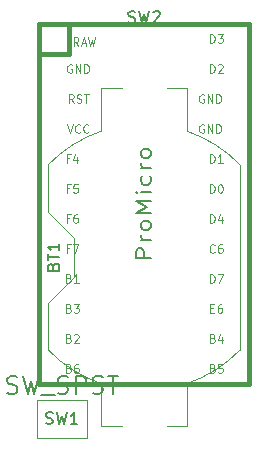
<source format=gbr>
G04 #@! TF.GenerationSoftware,KiCad,Pcbnew,(5.0.0)*
G04 #@! TF.CreationDate,2020-03-09T09:29:50-06:00*
G04 #@! TF.ProjectId,BatteryPack,426174746572795061636B2E6B696361,rev?*
G04 #@! TF.SameCoordinates,Original*
G04 #@! TF.FileFunction,Legend,Top*
G04 #@! TF.FilePolarity,Positive*
%FSLAX46Y46*%
G04 Gerber Fmt 4.6, Leading zero omitted, Abs format (unit mm)*
G04 Created by KiCad (PCBNEW (5.0.0)) date 03/09/20 09:29:50*
%MOMM*%
%LPD*%
G01*
G04 APERTURE LIST*
%ADD10C,0.120000*%
%ADD11C,0.381000*%
%ADD12C,0.150000*%
%ADD13C,0.200000*%
%ADD14C,0.203200*%
%ADD15C,0.100000*%
G04 APERTURE END LIST*
D10*
G04 #@! TO.C,SW1*
X123394000Y-94607000D02*
X123394000Y-97807000D01*
X119194000Y-97807000D02*
X123394000Y-97807000D01*
X119194000Y-94607000D02*
X119194000Y-97807000D01*
X119194000Y-94607000D02*
X123394000Y-94607000D01*
D11*
G04 #@! TO.C,U1*
X137160000Y-62790000D02*
X119380000Y-62790000D01*
X119380000Y-62790000D02*
X119380000Y-93270000D01*
X119380000Y-93270000D02*
X137160000Y-93270000D01*
X137160000Y-93270000D02*
X137160000Y-62790000D01*
X121920000Y-62790000D02*
X121920000Y-65330000D01*
X121920000Y-65330000D02*
X119380000Y-65330000D01*
D10*
G04 #@! TO.C,BT1*
X120158211Y-74704630D02*
G75*
G02X124660000Y-71858000I8111789J-7845370D01*
G01*
X136381789Y-90395370D02*
G75*
G02X131880000Y-93242000I-8111789J7845370D01*
G01*
X120158211Y-90395370D02*
G75*
G03X124660000Y-93242000I8111789J7845370D01*
G01*
X136381789Y-74704630D02*
G75*
G03X131880000Y-71858000I-8111789J-7845370D01*
G01*
X126370000Y-68240000D02*
X124660000Y-68240000D01*
X124660000Y-71858000D02*
X124660000Y-68240000D01*
X120160000Y-78690000D02*
X120160000Y-74702700D01*
X122360000Y-80890000D02*
X120160000Y-78690000D01*
X122360000Y-84210000D02*
X122360000Y-80890000D01*
X122360000Y-84210000D02*
X120160000Y-86410000D01*
X120160000Y-90397300D02*
X120160000Y-86410000D01*
X126370000Y-96860000D02*
X124660000Y-96860000D01*
X124660000Y-96860000D02*
X124660000Y-93242000D01*
X131880000Y-93242000D02*
X131880000Y-96860000D01*
X130170000Y-96860000D02*
X131880000Y-96860000D01*
X136380000Y-74702700D02*
X136380000Y-90397300D01*
X130170000Y-68240000D02*
X131880000Y-68240000D01*
X131880000Y-68240000D02*
X131880000Y-71858000D01*
G04 #@! TO.C,SW1*
D12*
X119960666Y-96611761D02*
X120103523Y-96659380D01*
X120341619Y-96659380D01*
X120436857Y-96611761D01*
X120484476Y-96564142D01*
X120532095Y-96468904D01*
X120532095Y-96373666D01*
X120484476Y-96278428D01*
X120436857Y-96230809D01*
X120341619Y-96183190D01*
X120151142Y-96135571D01*
X120055904Y-96087952D01*
X120008285Y-96040333D01*
X119960666Y-95945095D01*
X119960666Y-95849857D01*
X120008285Y-95754619D01*
X120055904Y-95707000D01*
X120151142Y-95659380D01*
X120389238Y-95659380D01*
X120532095Y-95707000D01*
X120865428Y-95659380D02*
X121103523Y-96659380D01*
X121294000Y-95945095D01*
X121484476Y-96659380D01*
X121722571Y-95659380D01*
X122627333Y-96659380D02*
X122055904Y-96659380D01*
X122341619Y-96659380D02*
X122341619Y-95659380D01*
X122246380Y-95802238D01*
X122151142Y-95897476D01*
X122055904Y-95945095D01*
D13*
X116686857Y-94014142D02*
X116901142Y-94085571D01*
X117258285Y-94085571D01*
X117401142Y-94014142D01*
X117472571Y-93942714D01*
X117544000Y-93799857D01*
X117544000Y-93657000D01*
X117472571Y-93514142D01*
X117401142Y-93442714D01*
X117258285Y-93371285D01*
X116972571Y-93299857D01*
X116829714Y-93228428D01*
X116758285Y-93157000D01*
X116686857Y-93014142D01*
X116686857Y-92871285D01*
X116758285Y-92728428D01*
X116829714Y-92657000D01*
X116972571Y-92585571D01*
X117329714Y-92585571D01*
X117544000Y-92657000D01*
X118044000Y-92585571D02*
X118401142Y-94085571D01*
X118686857Y-93014142D01*
X118972571Y-94085571D01*
X119329714Y-92585571D01*
X119544000Y-94228428D02*
X120686857Y-94228428D01*
X120972571Y-94014142D02*
X121186857Y-94085571D01*
X121544000Y-94085571D01*
X121686857Y-94014142D01*
X121758285Y-93942714D01*
X121829714Y-93799857D01*
X121829714Y-93657000D01*
X121758285Y-93514142D01*
X121686857Y-93442714D01*
X121544000Y-93371285D01*
X121258285Y-93299857D01*
X121115428Y-93228428D01*
X121044000Y-93157000D01*
X120972571Y-93014142D01*
X120972571Y-92871285D01*
X121044000Y-92728428D01*
X121115428Y-92657000D01*
X121258285Y-92585571D01*
X121615428Y-92585571D01*
X121829714Y-92657000D01*
X122472571Y-94085571D02*
X122472571Y-92585571D01*
X123044000Y-92585571D01*
X123186857Y-92657000D01*
X123258285Y-92728428D01*
X123329714Y-92871285D01*
X123329714Y-93085571D01*
X123258285Y-93228428D01*
X123186857Y-93299857D01*
X123044000Y-93371285D01*
X122472571Y-93371285D01*
X123901142Y-94014142D02*
X124115428Y-94085571D01*
X124472571Y-94085571D01*
X124615428Y-94014142D01*
X124686857Y-93942714D01*
X124758285Y-93799857D01*
X124758285Y-93657000D01*
X124686857Y-93514142D01*
X124615428Y-93442714D01*
X124472571Y-93371285D01*
X124186857Y-93299857D01*
X124044000Y-93228428D01*
X123972571Y-93157000D01*
X123901142Y-93014142D01*
X123901142Y-92871285D01*
X123972571Y-92728428D01*
X124044000Y-92657000D01*
X124186857Y-92585571D01*
X124544000Y-92585571D01*
X124758285Y-92657000D01*
X125186857Y-92585571D02*
X126044000Y-92585571D01*
X125615428Y-94085571D02*
X125615428Y-92585571D01*
G04 #@! TO.C,U1*
D14*
X128844523Y-82638285D02*
X127574523Y-82638285D01*
X127574523Y-82057714D01*
X127635000Y-81912571D01*
X127695476Y-81840000D01*
X127816428Y-81767428D01*
X127997857Y-81767428D01*
X128118809Y-81840000D01*
X128179285Y-81912571D01*
X128239761Y-82057714D01*
X128239761Y-82638285D01*
X128844523Y-81114285D02*
X127997857Y-81114285D01*
X128239761Y-81114285D02*
X128118809Y-81041714D01*
X128058333Y-80969142D01*
X127997857Y-80824000D01*
X127997857Y-80678857D01*
X128844523Y-79953142D02*
X128784047Y-80098285D01*
X128723571Y-80170857D01*
X128602619Y-80243428D01*
X128239761Y-80243428D01*
X128118809Y-80170857D01*
X128058333Y-80098285D01*
X127997857Y-79953142D01*
X127997857Y-79735428D01*
X128058333Y-79590285D01*
X128118809Y-79517714D01*
X128239761Y-79445142D01*
X128602619Y-79445142D01*
X128723571Y-79517714D01*
X128784047Y-79590285D01*
X128844523Y-79735428D01*
X128844523Y-79953142D01*
X128844523Y-78792000D02*
X127574523Y-78792000D01*
X128481666Y-78284000D01*
X127574523Y-77776000D01*
X128844523Y-77776000D01*
X128844523Y-77050285D02*
X127997857Y-77050285D01*
X127574523Y-77050285D02*
X127635000Y-77122857D01*
X127695476Y-77050285D01*
X127635000Y-76977714D01*
X127574523Y-77050285D01*
X127695476Y-77050285D01*
X128784047Y-75671428D02*
X128844523Y-75816571D01*
X128844523Y-76106857D01*
X128784047Y-76252000D01*
X128723571Y-76324571D01*
X128602619Y-76397142D01*
X128239761Y-76397142D01*
X128118809Y-76324571D01*
X128058333Y-76252000D01*
X127997857Y-76106857D01*
X127997857Y-75816571D01*
X128058333Y-75671428D01*
X128844523Y-75018285D02*
X127997857Y-75018285D01*
X128239761Y-75018285D02*
X128118809Y-74945714D01*
X128058333Y-74873142D01*
X127997857Y-74728000D01*
X127997857Y-74582857D01*
X128844523Y-73857142D02*
X128784047Y-74002285D01*
X128723571Y-74074857D01*
X128602619Y-74147428D01*
X128239761Y-74147428D01*
X128118809Y-74074857D01*
X128058333Y-74002285D01*
X127997857Y-73857142D01*
X127997857Y-73639428D01*
X128058333Y-73494285D01*
X128118809Y-73421714D01*
X128239761Y-73349142D01*
X128602619Y-73349142D01*
X128723571Y-73421714D01*
X128784047Y-73494285D01*
X128844523Y-73639428D01*
X128844523Y-73857142D01*
D15*
X134082666Y-91950000D02*
X134182666Y-91983333D01*
X134216000Y-92016666D01*
X134249333Y-92083333D01*
X134249333Y-92183333D01*
X134216000Y-92250000D01*
X134182666Y-92283333D01*
X134116000Y-92316666D01*
X133849333Y-92316666D01*
X133849333Y-91616666D01*
X134082666Y-91616666D01*
X134149333Y-91650000D01*
X134182666Y-91683333D01*
X134216000Y-91750000D01*
X134216000Y-91816666D01*
X134182666Y-91883333D01*
X134149333Y-91916666D01*
X134082666Y-91950000D01*
X133849333Y-91950000D01*
X134882666Y-91616666D02*
X134549333Y-91616666D01*
X134516000Y-91950000D01*
X134549333Y-91916666D01*
X134616000Y-91883333D01*
X134782666Y-91883333D01*
X134849333Y-91916666D01*
X134882666Y-91950000D01*
X134916000Y-92016666D01*
X134916000Y-92183333D01*
X134882666Y-92250000D01*
X134849333Y-92283333D01*
X134782666Y-92316666D01*
X134616000Y-92316666D01*
X134549333Y-92283333D01*
X134516000Y-92250000D01*
X134082666Y-89410000D02*
X134182666Y-89443333D01*
X134216000Y-89476666D01*
X134249333Y-89543333D01*
X134249333Y-89643333D01*
X134216000Y-89710000D01*
X134182666Y-89743333D01*
X134116000Y-89776666D01*
X133849333Y-89776666D01*
X133849333Y-89076666D01*
X134082666Y-89076666D01*
X134149333Y-89110000D01*
X134182666Y-89143333D01*
X134216000Y-89210000D01*
X134216000Y-89276666D01*
X134182666Y-89343333D01*
X134149333Y-89376666D01*
X134082666Y-89410000D01*
X133849333Y-89410000D01*
X134849333Y-89310000D02*
X134849333Y-89776666D01*
X134682666Y-89043333D02*
X134516000Y-89543333D01*
X134949333Y-89543333D01*
X133882666Y-86870000D02*
X134116000Y-86870000D01*
X134216000Y-87236666D02*
X133882666Y-87236666D01*
X133882666Y-86536666D01*
X134216000Y-86536666D01*
X134816000Y-86536666D02*
X134682666Y-86536666D01*
X134616000Y-86570000D01*
X134582666Y-86603333D01*
X134516000Y-86703333D01*
X134482666Y-86836666D01*
X134482666Y-87103333D01*
X134516000Y-87170000D01*
X134549333Y-87203333D01*
X134616000Y-87236666D01*
X134749333Y-87236666D01*
X134816000Y-87203333D01*
X134849333Y-87170000D01*
X134882666Y-87103333D01*
X134882666Y-86936666D01*
X134849333Y-86870000D01*
X134816000Y-86836666D01*
X134749333Y-86803333D01*
X134616000Y-86803333D01*
X134549333Y-86836666D01*
X134516000Y-86870000D01*
X134482666Y-86936666D01*
X133849333Y-84696666D02*
X133849333Y-83996666D01*
X134016000Y-83996666D01*
X134116000Y-84030000D01*
X134182666Y-84096666D01*
X134216000Y-84163333D01*
X134249333Y-84296666D01*
X134249333Y-84396666D01*
X134216000Y-84530000D01*
X134182666Y-84596666D01*
X134116000Y-84663333D01*
X134016000Y-84696666D01*
X133849333Y-84696666D01*
X134482666Y-83996666D02*
X134949333Y-83996666D01*
X134649333Y-84696666D01*
X134249333Y-82090000D02*
X134216000Y-82123333D01*
X134116000Y-82156666D01*
X134049333Y-82156666D01*
X133949333Y-82123333D01*
X133882666Y-82056666D01*
X133849333Y-81990000D01*
X133816000Y-81856666D01*
X133816000Y-81756666D01*
X133849333Y-81623333D01*
X133882666Y-81556666D01*
X133949333Y-81490000D01*
X134049333Y-81456666D01*
X134116000Y-81456666D01*
X134216000Y-81490000D01*
X134249333Y-81523333D01*
X134849333Y-81456666D02*
X134716000Y-81456666D01*
X134649333Y-81490000D01*
X134616000Y-81523333D01*
X134549333Y-81623333D01*
X134516000Y-81756666D01*
X134516000Y-82023333D01*
X134549333Y-82090000D01*
X134582666Y-82123333D01*
X134649333Y-82156666D01*
X134782666Y-82156666D01*
X134849333Y-82123333D01*
X134882666Y-82090000D01*
X134916000Y-82023333D01*
X134916000Y-81856666D01*
X134882666Y-81790000D01*
X134849333Y-81756666D01*
X134782666Y-81723333D01*
X134649333Y-81723333D01*
X134582666Y-81756666D01*
X134549333Y-81790000D01*
X134516000Y-81856666D01*
X133849333Y-79616666D02*
X133849333Y-78916666D01*
X134016000Y-78916666D01*
X134116000Y-78950000D01*
X134182666Y-79016666D01*
X134216000Y-79083333D01*
X134249333Y-79216666D01*
X134249333Y-79316666D01*
X134216000Y-79450000D01*
X134182666Y-79516666D01*
X134116000Y-79583333D01*
X134016000Y-79616666D01*
X133849333Y-79616666D01*
X134849333Y-79150000D02*
X134849333Y-79616666D01*
X134682666Y-78883333D02*
X134516000Y-79383333D01*
X134949333Y-79383333D01*
X133849333Y-77076666D02*
X133849333Y-76376666D01*
X134016000Y-76376666D01*
X134116000Y-76410000D01*
X134182666Y-76476666D01*
X134216000Y-76543333D01*
X134249333Y-76676666D01*
X134249333Y-76776666D01*
X134216000Y-76910000D01*
X134182666Y-76976666D01*
X134116000Y-77043333D01*
X134016000Y-77076666D01*
X133849333Y-77076666D01*
X134682666Y-76376666D02*
X134749333Y-76376666D01*
X134816000Y-76410000D01*
X134849333Y-76443333D01*
X134882666Y-76510000D01*
X134916000Y-76643333D01*
X134916000Y-76810000D01*
X134882666Y-76943333D01*
X134849333Y-77010000D01*
X134816000Y-77043333D01*
X134749333Y-77076666D01*
X134682666Y-77076666D01*
X134616000Y-77043333D01*
X134582666Y-77010000D01*
X134549333Y-76943333D01*
X134516000Y-76810000D01*
X134516000Y-76643333D01*
X134549333Y-76510000D01*
X134582666Y-76443333D01*
X134616000Y-76410000D01*
X134682666Y-76376666D01*
X133849333Y-74536666D02*
X133849333Y-73836666D01*
X134016000Y-73836666D01*
X134116000Y-73870000D01*
X134182666Y-73936666D01*
X134216000Y-74003333D01*
X134249333Y-74136666D01*
X134249333Y-74236666D01*
X134216000Y-74370000D01*
X134182666Y-74436666D01*
X134116000Y-74503333D01*
X134016000Y-74536666D01*
X133849333Y-74536666D01*
X134916000Y-74536666D02*
X134516000Y-74536666D01*
X134716000Y-74536666D02*
X134716000Y-73836666D01*
X134649333Y-73936666D01*
X134582666Y-74003333D01*
X134516000Y-74036666D01*
X133324666Y-71330000D02*
X133258000Y-71296666D01*
X133158000Y-71296666D01*
X133058000Y-71330000D01*
X132991333Y-71396666D01*
X132958000Y-71463333D01*
X132924666Y-71596666D01*
X132924666Y-71696666D01*
X132958000Y-71830000D01*
X132991333Y-71896666D01*
X133058000Y-71963333D01*
X133158000Y-71996666D01*
X133224666Y-71996666D01*
X133324666Y-71963333D01*
X133358000Y-71930000D01*
X133358000Y-71696666D01*
X133224666Y-71696666D01*
X133658000Y-71996666D02*
X133658000Y-71296666D01*
X134058000Y-71996666D01*
X134058000Y-71296666D01*
X134391333Y-71996666D02*
X134391333Y-71296666D01*
X134558000Y-71296666D01*
X134658000Y-71330000D01*
X134724666Y-71396666D01*
X134758000Y-71463333D01*
X134791333Y-71596666D01*
X134791333Y-71696666D01*
X134758000Y-71830000D01*
X134724666Y-71896666D01*
X134658000Y-71963333D01*
X134558000Y-71996666D01*
X134391333Y-71996666D01*
X133324666Y-68790000D02*
X133258000Y-68756666D01*
X133158000Y-68756666D01*
X133058000Y-68790000D01*
X132991333Y-68856666D01*
X132958000Y-68923333D01*
X132924666Y-69056666D01*
X132924666Y-69156666D01*
X132958000Y-69290000D01*
X132991333Y-69356666D01*
X133058000Y-69423333D01*
X133158000Y-69456666D01*
X133224666Y-69456666D01*
X133324666Y-69423333D01*
X133358000Y-69390000D01*
X133358000Y-69156666D01*
X133224666Y-69156666D01*
X133658000Y-69456666D02*
X133658000Y-68756666D01*
X134058000Y-69456666D01*
X134058000Y-68756666D01*
X134391333Y-69456666D02*
X134391333Y-68756666D01*
X134558000Y-68756666D01*
X134658000Y-68790000D01*
X134724666Y-68856666D01*
X134758000Y-68923333D01*
X134791333Y-69056666D01*
X134791333Y-69156666D01*
X134758000Y-69290000D01*
X134724666Y-69356666D01*
X134658000Y-69423333D01*
X134558000Y-69456666D01*
X134391333Y-69456666D01*
X133849333Y-66916666D02*
X133849333Y-66216666D01*
X134016000Y-66216666D01*
X134116000Y-66250000D01*
X134182666Y-66316666D01*
X134216000Y-66383333D01*
X134249333Y-66516666D01*
X134249333Y-66616666D01*
X134216000Y-66750000D01*
X134182666Y-66816666D01*
X134116000Y-66883333D01*
X134016000Y-66916666D01*
X133849333Y-66916666D01*
X134516000Y-66283333D02*
X134549333Y-66250000D01*
X134616000Y-66216666D01*
X134782666Y-66216666D01*
X134849333Y-66250000D01*
X134882666Y-66283333D01*
X134916000Y-66350000D01*
X134916000Y-66416666D01*
X134882666Y-66516666D01*
X134482666Y-66916666D01*
X134916000Y-66916666D01*
X133849333Y-64376666D02*
X133849333Y-63676666D01*
X134016000Y-63676666D01*
X134116000Y-63710000D01*
X134182666Y-63776666D01*
X134216000Y-63843333D01*
X134249333Y-63976666D01*
X134249333Y-64076666D01*
X134216000Y-64210000D01*
X134182666Y-64276666D01*
X134116000Y-64343333D01*
X134016000Y-64376666D01*
X133849333Y-64376666D01*
X134482666Y-63676666D02*
X134916000Y-63676666D01*
X134682666Y-63943333D01*
X134782666Y-63943333D01*
X134849333Y-63976666D01*
X134882666Y-64010000D01*
X134916000Y-64076666D01*
X134916000Y-64243333D01*
X134882666Y-64310000D01*
X134849333Y-64343333D01*
X134782666Y-64376666D01*
X134582666Y-64376666D01*
X134516000Y-64343333D01*
X134482666Y-64310000D01*
X121890666Y-91950000D02*
X121990666Y-91983333D01*
X122024000Y-92016666D01*
X122057333Y-92083333D01*
X122057333Y-92183333D01*
X122024000Y-92250000D01*
X121990666Y-92283333D01*
X121924000Y-92316666D01*
X121657333Y-92316666D01*
X121657333Y-91616666D01*
X121890666Y-91616666D01*
X121957333Y-91650000D01*
X121990666Y-91683333D01*
X122024000Y-91750000D01*
X122024000Y-91816666D01*
X121990666Y-91883333D01*
X121957333Y-91916666D01*
X121890666Y-91950000D01*
X121657333Y-91950000D01*
X122657333Y-91616666D02*
X122524000Y-91616666D01*
X122457333Y-91650000D01*
X122424000Y-91683333D01*
X122357333Y-91783333D01*
X122324000Y-91916666D01*
X122324000Y-92183333D01*
X122357333Y-92250000D01*
X122390666Y-92283333D01*
X122457333Y-92316666D01*
X122590666Y-92316666D01*
X122657333Y-92283333D01*
X122690666Y-92250000D01*
X122724000Y-92183333D01*
X122724000Y-92016666D01*
X122690666Y-91950000D01*
X122657333Y-91916666D01*
X122590666Y-91883333D01*
X122457333Y-91883333D01*
X122390666Y-91916666D01*
X122357333Y-91950000D01*
X122324000Y-92016666D01*
X121890666Y-89410000D02*
X121990666Y-89443333D01*
X122024000Y-89476666D01*
X122057333Y-89543333D01*
X122057333Y-89643333D01*
X122024000Y-89710000D01*
X121990666Y-89743333D01*
X121924000Y-89776666D01*
X121657333Y-89776666D01*
X121657333Y-89076666D01*
X121890666Y-89076666D01*
X121957333Y-89110000D01*
X121990666Y-89143333D01*
X122024000Y-89210000D01*
X122024000Y-89276666D01*
X121990666Y-89343333D01*
X121957333Y-89376666D01*
X121890666Y-89410000D01*
X121657333Y-89410000D01*
X122324000Y-89143333D02*
X122357333Y-89110000D01*
X122424000Y-89076666D01*
X122590666Y-89076666D01*
X122657333Y-89110000D01*
X122690666Y-89143333D01*
X122724000Y-89210000D01*
X122724000Y-89276666D01*
X122690666Y-89376666D01*
X122290666Y-89776666D01*
X122724000Y-89776666D01*
X121890666Y-86870000D02*
X121990666Y-86903333D01*
X122024000Y-86936666D01*
X122057333Y-87003333D01*
X122057333Y-87103333D01*
X122024000Y-87170000D01*
X121990666Y-87203333D01*
X121924000Y-87236666D01*
X121657333Y-87236666D01*
X121657333Y-86536666D01*
X121890666Y-86536666D01*
X121957333Y-86570000D01*
X121990666Y-86603333D01*
X122024000Y-86670000D01*
X122024000Y-86736666D01*
X121990666Y-86803333D01*
X121957333Y-86836666D01*
X121890666Y-86870000D01*
X121657333Y-86870000D01*
X122290666Y-86536666D02*
X122724000Y-86536666D01*
X122490666Y-86803333D01*
X122590666Y-86803333D01*
X122657333Y-86836666D01*
X122690666Y-86870000D01*
X122724000Y-86936666D01*
X122724000Y-87103333D01*
X122690666Y-87170000D01*
X122657333Y-87203333D01*
X122590666Y-87236666D01*
X122390666Y-87236666D01*
X122324000Y-87203333D01*
X122290666Y-87170000D01*
X121890666Y-84330000D02*
X121990666Y-84363333D01*
X122024000Y-84396666D01*
X122057333Y-84463333D01*
X122057333Y-84563333D01*
X122024000Y-84630000D01*
X121990666Y-84663333D01*
X121924000Y-84696666D01*
X121657333Y-84696666D01*
X121657333Y-83996666D01*
X121890666Y-83996666D01*
X121957333Y-84030000D01*
X121990666Y-84063333D01*
X122024000Y-84130000D01*
X122024000Y-84196666D01*
X121990666Y-84263333D01*
X121957333Y-84296666D01*
X121890666Y-84330000D01*
X121657333Y-84330000D01*
X122724000Y-84696666D02*
X122324000Y-84696666D01*
X122524000Y-84696666D02*
X122524000Y-83996666D01*
X122457333Y-84096666D01*
X122390666Y-84163333D01*
X122324000Y-84196666D01*
X121940666Y-79250000D02*
X121707333Y-79250000D01*
X121707333Y-79616666D02*
X121707333Y-78916666D01*
X122040666Y-78916666D01*
X122607333Y-78916666D02*
X122474000Y-78916666D01*
X122407333Y-78950000D01*
X122374000Y-78983333D01*
X122307333Y-79083333D01*
X122274000Y-79216666D01*
X122274000Y-79483333D01*
X122307333Y-79550000D01*
X122340666Y-79583333D01*
X122407333Y-79616666D01*
X122540666Y-79616666D01*
X122607333Y-79583333D01*
X122640666Y-79550000D01*
X122674000Y-79483333D01*
X122674000Y-79316666D01*
X122640666Y-79250000D01*
X122607333Y-79216666D01*
X122540666Y-79183333D01*
X122407333Y-79183333D01*
X122340666Y-79216666D01*
X122307333Y-79250000D01*
X122274000Y-79316666D01*
X121940666Y-81790000D02*
X121707333Y-81790000D01*
X121707333Y-82156666D02*
X121707333Y-81456666D01*
X122040666Y-81456666D01*
X122240666Y-81456666D02*
X122707333Y-81456666D01*
X122407333Y-82156666D01*
X121940666Y-76710000D02*
X121707333Y-76710000D01*
X121707333Y-77076666D02*
X121707333Y-76376666D01*
X122040666Y-76376666D01*
X122640666Y-76376666D02*
X122307333Y-76376666D01*
X122274000Y-76710000D01*
X122307333Y-76676666D01*
X122374000Y-76643333D01*
X122540666Y-76643333D01*
X122607333Y-76676666D01*
X122640666Y-76710000D01*
X122674000Y-76776666D01*
X122674000Y-76943333D01*
X122640666Y-77010000D01*
X122607333Y-77043333D01*
X122540666Y-77076666D01*
X122374000Y-77076666D01*
X122307333Y-77043333D01*
X122274000Y-77010000D01*
X121940666Y-74170000D02*
X121707333Y-74170000D01*
X121707333Y-74536666D02*
X121707333Y-73836666D01*
X122040666Y-73836666D01*
X122607333Y-74070000D02*
X122607333Y-74536666D01*
X122440666Y-73803333D02*
X122274000Y-74303333D01*
X122707333Y-74303333D01*
X121748666Y-71296666D02*
X121982000Y-71996666D01*
X122215333Y-71296666D01*
X122848666Y-71930000D02*
X122815333Y-71963333D01*
X122715333Y-71996666D01*
X122648666Y-71996666D01*
X122548666Y-71963333D01*
X122482000Y-71896666D01*
X122448666Y-71830000D01*
X122415333Y-71696666D01*
X122415333Y-71596666D01*
X122448666Y-71463333D01*
X122482000Y-71396666D01*
X122548666Y-71330000D01*
X122648666Y-71296666D01*
X122715333Y-71296666D01*
X122815333Y-71330000D01*
X122848666Y-71363333D01*
X123548666Y-71930000D02*
X123515333Y-71963333D01*
X123415333Y-71996666D01*
X123348666Y-71996666D01*
X123248666Y-71963333D01*
X123182000Y-71896666D01*
X123148666Y-71830000D01*
X123115333Y-71696666D01*
X123115333Y-71596666D01*
X123148666Y-71463333D01*
X123182000Y-71396666D01*
X123248666Y-71330000D01*
X123348666Y-71296666D01*
X123415333Y-71296666D01*
X123515333Y-71330000D01*
X123548666Y-71363333D01*
X122298666Y-69456666D02*
X122065333Y-69123333D01*
X121898666Y-69456666D02*
X121898666Y-68756666D01*
X122165333Y-68756666D01*
X122232000Y-68790000D01*
X122265333Y-68823333D01*
X122298666Y-68890000D01*
X122298666Y-68990000D01*
X122265333Y-69056666D01*
X122232000Y-69090000D01*
X122165333Y-69123333D01*
X121898666Y-69123333D01*
X122565333Y-69423333D02*
X122665333Y-69456666D01*
X122832000Y-69456666D01*
X122898666Y-69423333D01*
X122932000Y-69390000D01*
X122965333Y-69323333D01*
X122965333Y-69256666D01*
X122932000Y-69190000D01*
X122898666Y-69156666D01*
X122832000Y-69123333D01*
X122698666Y-69090000D01*
X122632000Y-69056666D01*
X122598666Y-69023333D01*
X122565333Y-68956666D01*
X122565333Y-68890000D01*
X122598666Y-68823333D01*
X122632000Y-68790000D01*
X122698666Y-68756666D01*
X122865333Y-68756666D01*
X122965333Y-68790000D01*
X123165333Y-68756666D02*
X123565333Y-68756666D01*
X123365333Y-69456666D02*
X123365333Y-68756666D01*
X122148666Y-66250000D02*
X122082000Y-66216666D01*
X121982000Y-66216666D01*
X121882000Y-66250000D01*
X121815333Y-66316666D01*
X121782000Y-66383333D01*
X121748666Y-66516666D01*
X121748666Y-66616666D01*
X121782000Y-66750000D01*
X121815333Y-66816666D01*
X121882000Y-66883333D01*
X121982000Y-66916666D01*
X122048666Y-66916666D01*
X122148666Y-66883333D01*
X122182000Y-66850000D01*
X122182000Y-66616666D01*
X122048666Y-66616666D01*
X122482000Y-66916666D02*
X122482000Y-66216666D01*
X122882000Y-66916666D01*
X122882000Y-66216666D01*
X123215333Y-66916666D02*
X123215333Y-66216666D01*
X123382000Y-66216666D01*
X123482000Y-66250000D01*
X123548666Y-66316666D01*
X123582000Y-66383333D01*
X123615333Y-66516666D01*
X123615333Y-66616666D01*
X123582000Y-66750000D01*
X123548666Y-66816666D01*
X123482000Y-66883333D01*
X123382000Y-66916666D01*
X123215333Y-66916666D01*
X122706666Y-64630666D02*
X122473333Y-64297333D01*
X122306666Y-64630666D02*
X122306666Y-63930666D01*
X122573333Y-63930666D01*
X122640000Y-63964000D01*
X122673333Y-63997333D01*
X122706666Y-64064000D01*
X122706666Y-64164000D01*
X122673333Y-64230666D01*
X122640000Y-64264000D01*
X122573333Y-64297333D01*
X122306666Y-64297333D01*
X122973333Y-64430666D02*
X123306666Y-64430666D01*
X122906666Y-64630666D02*
X123140000Y-63930666D01*
X123373333Y-64630666D01*
X123540000Y-63930666D02*
X123706666Y-64630666D01*
X123840000Y-64130666D01*
X123973333Y-64630666D01*
X124140000Y-63930666D01*
G04 #@! TO.C,BT1*
D12*
X120578571Y-83335714D02*
X120626190Y-83192857D01*
X120673809Y-83145238D01*
X120769047Y-83097619D01*
X120911904Y-83097619D01*
X121007142Y-83145238D01*
X121054761Y-83192857D01*
X121102380Y-83288095D01*
X121102380Y-83669047D01*
X120102380Y-83669047D01*
X120102380Y-83335714D01*
X120150000Y-83240476D01*
X120197619Y-83192857D01*
X120292857Y-83145238D01*
X120388095Y-83145238D01*
X120483333Y-83192857D01*
X120530952Y-83240476D01*
X120578571Y-83335714D01*
X120578571Y-83669047D01*
X120102380Y-82811904D02*
X120102380Y-82240476D01*
X121102380Y-82526190D02*
X120102380Y-82526190D01*
X121102380Y-81383333D02*
X121102380Y-81954761D01*
X121102380Y-81669047D02*
X120102380Y-81669047D01*
X120245238Y-81764285D01*
X120340476Y-81859523D01*
X120388095Y-81954761D01*
G04 #@! TO.C,SW2*
X126936666Y-62650761D02*
X127079523Y-62698380D01*
X127317619Y-62698380D01*
X127412857Y-62650761D01*
X127460476Y-62603142D01*
X127508095Y-62507904D01*
X127508095Y-62412666D01*
X127460476Y-62317428D01*
X127412857Y-62269809D01*
X127317619Y-62222190D01*
X127127142Y-62174571D01*
X127031904Y-62126952D01*
X126984285Y-62079333D01*
X126936666Y-61984095D01*
X126936666Y-61888857D01*
X126984285Y-61793619D01*
X127031904Y-61746000D01*
X127127142Y-61698380D01*
X127365238Y-61698380D01*
X127508095Y-61746000D01*
X127841428Y-61698380D02*
X128079523Y-62698380D01*
X128270000Y-61984095D01*
X128460476Y-62698380D01*
X128698571Y-61698380D01*
X129031904Y-61793619D02*
X129079523Y-61746000D01*
X129174761Y-61698380D01*
X129412857Y-61698380D01*
X129508095Y-61746000D01*
X129555714Y-61793619D01*
X129603333Y-61888857D01*
X129603333Y-61984095D01*
X129555714Y-62126952D01*
X128984285Y-62698380D01*
X129603333Y-62698380D01*
G04 #@! TD*
M02*

</source>
